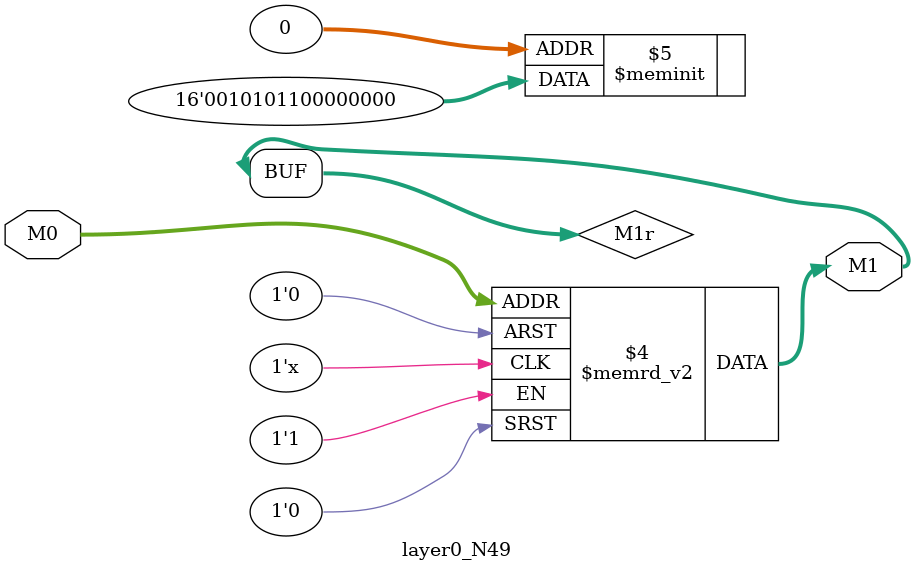
<source format=v>
module layer0_N49 ( input [2:0] M0, output [1:0] M1 );

	(*rom_style = "distributed" *) reg [1:0] M1r;
	assign M1 = M1r;
	always @ (M0) begin
		case (M0)
			3'b000: M1r = 2'b00;
			3'b100: M1r = 2'b11;
			3'b010: M1r = 2'b00;
			3'b110: M1r = 2'b10;
			3'b001: M1r = 2'b00;
			3'b101: M1r = 2'b10;
			3'b011: M1r = 2'b00;
			3'b111: M1r = 2'b00;

		endcase
	end
endmodule

</source>
